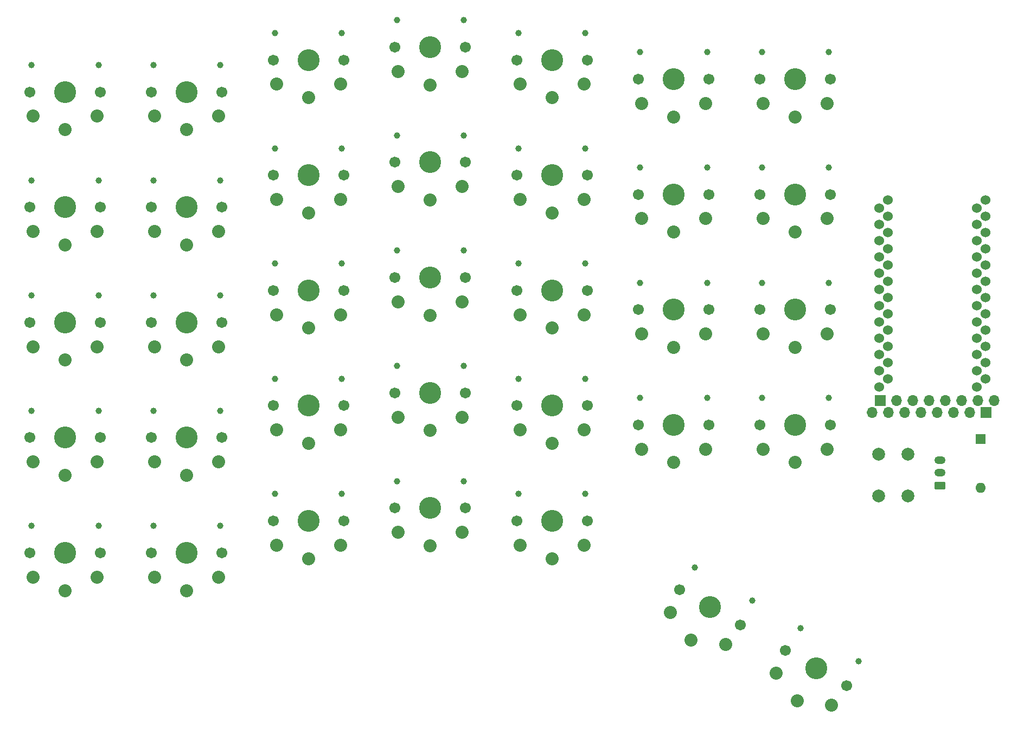
<source format=gbr>
G04 #@! TF.GenerationSoftware,KiCad,Pcbnew,(6.0.1-0)*
G04 #@! TF.CreationDate,2022-02-27T00:26:46+08:00*
G04 #@! TF.ProjectId,nut-kb,6e75742d-6b62-42e6-9b69-6361645f7063,rev?*
G04 #@! TF.SameCoordinates,Original*
G04 #@! TF.FileFunction,Soldermask,Top*
G04 #@! TF.FilePolarity,Negative*
%FSLAX46Y46*%
G04 Gerber Fmt 4.6, Leading zero omitted, Abs format (unit mm)*
G04 Created by KiCad (PCBNEW (6.0.1-0)) date 2022-02-27 00:26:46*
%MOMM*%
%LPD*%
G01*
G04 APERTURE LIST*
G04 Aperture macros list*
%AMRoundRect*
0 Rectangle with rounded corners*
0 $1 Rounding radius*
0 $2 $3 $4 $5 $6 $7 $8 $9 X,Y pos of 4 corners*
0 Add a 4 corners polygon primitive as box body*
4,1,4,$2,$3,$4,$5,$6,$7,$8,$9,$2,$3,0*
0 Add four circle primitives for the rounded corners*
1,1,$1+$1,$2,$3*
1,1,$1+$1,$4,$5*
1,1,$1+$1,$6,$7*
1,1,$1+$1,$8,$9*
0 Add four rect primitives between the rounded corners*
20,1,$1+$1,$2,$3,$4,$5,0*
20,1,$1+$1,$4,$5,$6,$7,0*
20,1,$1+$1,$6,$7,$8,$9,0*
20,1,$1+$1,$8,$9,$2,$3,0*%
G04 Aperture macros list end*
%ADD10C,1.701800*%
%ADD11C,0.990600*%
%ADD12C,3.429000*%
%ADD13C,2.032000*%
%ADD14RoundRect,0.250000X0.625000X-0.350000X0.625000X0.350000X-0.625000X0.350000X-0.625000X-0.350000X0*%
%ADD15O,1.750000X1.200000*%
%ADD16R,1.600000X1.600000*%
%ADD17O,1.600000X1.600000*%
%ADD18C,1.524000*%
%ADD19R,1.700000X1.700000*%
%ADD20O,1.700000X1.700000*%
%ADD21C,2.000000*%
G04 APERTURE END LIST*
D10*
X167463140Y-228250000D03*
D11*
X169320653Y-224472693D03*
D12*
X162700000Y-225500000D03*
D11*
X160279347Y-219252693D03*
D10*
X157936860Y-222750000D03*
D13*
X159750000Y-230609550D03*
X165130127Y-231290897D03*
X156469873Y-226290897D03*
X139918873Y-216790897D03*
X148579127Y-221790897D03*
X143199000Y-221109550D03*
D11*
X152769653Y-214972693D03*
D12*
X146149000Y-216000000D03*
D10*
X150912140Y-218750000D03*
X141385860Y-213250000D03*
D11*
X143728347Y-209752693D03*
D10*
X115960000Y-166500000D03*
X126960000Y-166500000D03*
D11*
X126680000Y-162300000D03*
D12*
X121460000Y-166500000D03*
D11*
X116240000Y-162300000D03*
D13*
X121460000Y-172400000D03*
X116460000Y-170300000D03*
X126460000Y-170300000D03*
D11*
X40240000Y-149300000D03*
D10*
X50960000Y-153500000D03*
D12*
X45460000Y-153500000D03*
D11*
X50680000Y-149300000D03*
D10*
X39960000Y-153500000D03*
D13*
X45460000Y-159400000D03*
X40460000Y-157300000D03*
X50460000Y-157300000D03*
D11*
X59240000Y-185300000D03*
X69680000Y-185300000D03*
D12*
X64460000Y-189500000D03*
D10*
X69960000Y-189500000D03*
X58960000Y-189500000D03*
D13*
X64460000Y-195400000D03*
X59460000Y-193300000D03*
X69460000Y-193300000D03*
D11*
X59240000Y-149300000D03*
D12*
X64460000Y-153500000D03*
D10*
X58960000Y-153500000D03*
D11*
X69680000Y-149300000D03*
D10*
X69960000Y-153500000D03*
D13*
X64460000Y-159400000D03*
X59460000Y-157300000D03*
X69460000Y-157300000D03*
D10*
X107960000Y-146500000D03*
D11*
X97240000Y-142300000D03*
X107680000Y-142300000D03*
D12*
X102460000Y-146500000D03*
D10*
X96960000Y-146500000D03*
D13*
X102460000Y-152400000D03*
X107460000Y-150300000D03*
X97460000Y-150300000D03*
D12*
X121460000Y-130500000D03*
D10*
X126960000Y-130500000D03*
D11*
X116240000Y-126300000D03*
X126680000Y-126300000D03*
D10*
X115960000Y-130500000D03*
D13*
X121460000Y-136400000D03*
X116460000Y-134300000D03*
X126460000Y-134300000D03*
D12*
X45460000Y-135500000D03*
D11*
X50680000Y-131300000D03*
D10*
X39960000Y-135500000D03*
X50960000Y-135500000D03*
D11*
X40240000Y-131300000D03*
D13*
X45460000Y-141400000D03*
X40460000Y-139300000D03*
X50460000Y-139300000D03*
D11*
X78240000Y-198300000D03*
D12*
X83460000Y-202500000D03*
D11*
X88680000Y-198300000D03*
D10*
X88960000Y-202500000D03*
X77960000Y-202500000D03*
D13*
X83460000Y-208400000D03*
X78460000Y-206300000D03*
X88460000Y-206300000D03*
D12*
X102460000Y-182500000D03*
D11*
X97240000Y-178300000D03*
D10*
X96960000Y-182500000D03*
X107960000Y-182500000D03*
D11*
X107680000Y-178300000D03*
D13*
X102460000Y-188400000D03*
X107460000Y-186300000D03*
X97460000Y-186300000D03*
D11*
X126680000Y-198300000D03*
D10*
X126960000Y-202500000D03*
X115960000Y-202500000D03*
D12*
X121460000Y-202500000D03*
D11*
X116240000Y-198300000D03*
D13*
X121460000Y-208400000D03*
X126460000Y-206300000D03*
X116460000Y-206300000D03*
D10*
X164960000Y-169500000D03*
D11*
X164680000Y-165300000D03*
D12*
X159460000Y-169500000D03*
D10*
X153960000Y-169500000D03*
D11*
X154240000Y-165300000D03*
D13*
X159460000Y-175400000D03*
X164460000Y-173300000D03*
X154460000Y-173300000D03*
D11*
X154240000Y-129300000D03*
D10*
X164960000Y-133500000D03*
D11*
X164680000Y-129300000D03*
D12*
X159460000Y-133500000D03*
D10*
X153960000Y-133500000D03*
D13*
X159460000Y-139400000D03*
X154460000Y-137300000D03*
X164460000Y-137300000D03*
D11*
X69680000Y-167300000D03*
D10*
X58960000Y-171500000D03*
D12*
X64460000Y-171500000D03*
D11*
X59240000Y-167300000D03*
D10*
X69960000Y-171500000D03*
D13*
X64460000Y-177400000D03*
X59460000Y-175300000D03*
X69460000Y-175300000D03*
D10*
X58960000Y-135500000D03*
D12*
X64460000Y-135500000D03*
D10*
X69960000Y-135500000D03*
D11*
X59240000Y-131300000D03*
X69680000Y-131300000D03*
D13*
X64460000Y-141400000D03*
X69460000Y-139300000D03*
X59460000Y-139300000D03*
D10*
X96960000Y-128500000D03*
X107960000Y-128500000D03*
D11*
X97240000Y-124300000D03*
X107680000Y-124300000D03*
D12*
X102460000Y-128500000D03*
D13*
X102460000Y-134400000D03*
X97460000Y-132300000D03*
X107460000Y-132300000D03*
D10*
X77960000Y-184500000D03*
D12*
X83460000Y-184500000D03*
D11*
X78240000Y-180300000D03*
X88680000Y-180300000D03*
D10*
X88960000Y-184500000D03*
D13*
X83460000Y-190400000D03*
X78460000Y-188300000D03*
X88460000Y-188300000D03*
D12*
X102460000Y-164500000D03*
D11*
X97240000Y-160300000D03*
X107680000Y-160300000D03*
D10*
X96960000Y-164500000D03*
X107960000Y-164500000D03*
D13*
X102460000Y-170400000D03*
X107460000Y-168300000D03*
X97460000Y-168300000D03*
D14*
X182000000Y-197000000D03*
D15*
X182000000Y-195000000D03*
X182000000Y-193000000D03*
D12*
X121460000Y-184500000D03*
D10*
X115960000Y-184500000D03*
X126960000Y-184500000D03*
D11*
X126680000Y-180300000D03*
X116240000Y-180300000D03*
D13*
X121460000Y-190400000D03*
X126460000Y-188300000D03*
X116460000Y-188300000D03*
D12*
X83460000Y-130500000D03*
D10*
X77960000Y-130500000D03*
D11*
X88680000Y-126300000D03*
D10*
X88960000Y-130500000D03*
D11*
X78240000Y-126300000D03*
D13*
X83460000Y-136400000D03*
X78460000Y-134300000D03*
X88460000Y-134300000D03*
D10*
X134960000Y-151500000D03*
D11*
X145680000Y-147300000D03*
X135240000Y-147300000D03*
D12*
X140460000Y-151500000D03*
D10*
X145960000Y-151500000D03*
D13*
X140460000Y-157400000D03*
X135460000Y-155300000D03*
X145460000Y-155300000D03*
D10*
X134960000Y-187500000D03*
X145960000Y-187500000D03*
D11*
X145680000Y-183300000D03*
D12*
X140460000Y-187500000D03*
D11*
X135240000Y-183300000D03*
D13*
X140460000Y-193400000D03*
X135460000Y-191300000D03*
X145460000Y-191300000D03*
D10*
X164960000Y-187500000D03*
X153960000Y-187500000D03*
D11*
X164680000Y-183300000D03*
X154240000Y-183300000D03*
D12*
X159460000Y-187500000D03*
D13*
X159460000Y-193400000D03*
X164460000Y-191300000D03*
X154460000Y-191300000D03*
D10*
X50960000Y-207500000D03*
D11*
X40240000Y-203300000D03*
D10*
X39960000Y-207500000D03*
D11*
X50680000Y-203300000D03*
D12*
X45460000Y-207500000D03*
D13*
X45460000Y-213400000D03*
X40460000Y-211300000D03*
X50460000Y-211300000D03*
D12*
X83460000Y-166500000D03*
D11*
X88680000Y-162300000D03*
D10*
X88960000Y-166500000D03*
X77960000Y-166500000D03*
D11*
X78240000Y-162300000D03*
D13*
X83460000Y-172400000D03*
X78460000Y-170300000D03*
X88460000Y-170300000D03*
D11*
X78240000Y-144300000D03*
D10*
X77960000Y-148500000D03*
D12*
X83460000Y-148500000D03*
D11*
X88680000Y-144300000D03*
D10*
X88960000Y-148500000D03*
D13*
X83460000Y-154400000D03*
X78460000Y-152300000D03*
X88460000Y-152300000D03*
D16*
X188400000Y-189700000D03*
D17*
X188400000Y-197320000D03*
D11*
X164680000Y-147300000D03*
D10*
X164960000Y-151500000D03*
D11*
X154240000Y-147300000D03*
D10*
X153960000Y-151500000D03*
D12*
X159460000Y-151500000D03*
D13*
X159460000Y-157400000D03*
X154460000Y-155300000D03*
X164460000Y-155300000D03*
D18*
X187810000Y-153692000D03*
X173896400Y-152422000D03*
X187810000Y-156232000D03*
X173896400Y-154962000D03*
X173896400Y-157502000D03*
X187810000Y-158772000D03*
X187810000Y-161312000D03*
X173896400Y-160042000D03*
X187810000Y-163852000D03*
X173896400Y-162582000D03*
X187810000Y-166392000D03*
X173896400Y-165122000D03*
X173896400Y-167662000D03*
X187810000Y-168932000D03*
X173896400Y-170202000D03*
X187810000Y-171472000D03*
X187810000Y-174012000D03*
X173896400Y-172742000D03*
X187810000Y-176552000D03*
X173896400Y-175282000D03*
X187810000Y-179092000D03*
X173896400Y-177822000D03*
X173896400Y-180362000D03*
X187810000Y-181632000D03*
X172570000Y-181632000D03*
X189116400Y-180362000D03*
X172570000Y-179092000D03*
X189116400Y-177822000D03*
X189116400Y-175282000D03*
X172570000Y-176552000D03*
X189116400Y-172742000D03*
X172570000Y-174012000D03*
X172570000Y-171472000D03*
X189116400Y-170202000D03*
X189116400Y-167662000D03*
X172570000Y-168932000D03*
X189116400Y-165122000D03*
X172570000Y-166392000D03*
X172570000Y-163852000D03*
X189116400Y-162582000D03*
X172570000Y-161312000D03*
X189116400Y-160042000D03*
X172570000Y-158772000D03*
X189116400Y-157502000D03*
X189116400Y-154962000D03*
X172570000Y-156232000D03*
X189116400Y-152422000D03*
X172570000Y-153692000D03*
D10*
X96960000Y-200500000D03*
D11*
X97240000Y-196300000D03*
D10*
X107960000Y-200500000D03*
D12*
X102460000Y-200500000D03*
D11*
X107680000Y-196300000D03*
D13*
X102460000Y-206400000D03*
X97460000Y-204300000D03*
X107460000Y-204300000D03*
D19*
X172700000Y-183700000D03*
D20*
X175240000Y-183700000D03*
X177780000Y-183700000D03*
X180320000Y-183700000D03*
X182860000Y-183700000D03*
X185400000Y-183700000D03*
X187940000Y-183700000D03*
X190480000Y-183700000D03*
D11*
X126680000Y-144300000D03*
D12*
X121460000Y-148500000D03*
D10*
X126960000Y-148500000D03*
D11*
X116240000Y-144300000D03*
D10*
X115960000Y-148500000D03*
D13*
X121460000Y-154400000D03*
X116460000Y-152300000D03*
X126460000Y-152300000D03*
D12*
X140460000Y-169500000D03*
D11*
X135240000Y-165300000D03*
D10*
X145960000Y-169500000D03*
D11*
X145680000Y-165300000D03*
D10*
X134960000Y-169500000D03*
D13*
X140460000Y-175400000D03*
X145460000Y-173300000D03*
X135460000Y-173300000D03*
D21*
X177000000Y-192100000D03*
X177000000Y-198600000D03*
X172500000Y-192100000D03*
X172500000Y-198600000D03*
D10*
X50960000Y-171500000D03*
D12*
X45460000Y-171500000D03*
D10*
X39960000Y-171500000D03*
D11*
X40240000Y-167300000D03*
X50680000Y-167300000D03*
D13*
X45460000Y-177400000D03*
X50460000Y-175300000D03*
X40460000Y-175300000D03*
D12*
X64460000Y-207500000D03*
D10*
X69960000Y-207500000D03*
X58960000Y-207500000D03*
D11*
X59240000Y-203300000D03*
X69680000Y-203300000D03*
D13*
X64460000Y-213400000D03*
X59460000Y-211300000D03*
X69460000Y-211300000D03*
D10*
X134960000Y-133500000D03*
D11*
X135240000Y-129300000D03*
D10*
X145960000Y-133500000D03*
D11*
X145680000Y-129300000D03*
D12*
X140460000Y-133500000D03*
D13*
X140460000Y-139400000D03*
X135460000Y-137300000D03*
X145460000Y-137300000D03*
D10*
X50960000Y-189500000D03*
D12*
X45460000Y-189500000D03*
D11*
X40240000Y-185300000D03*
D10*
X39960000Y-189500000D03*
D11*
X50680000Y-185300000D03*
D13*
X45460000Y-195400000D03*
X40460000Y-193300000D03*
X50460000Y-193300000D03*
D19*
X189200000Y-185600000D03*
D20*
X186660000Y-185600000D03*
X184120000Y-185600000D03*
X181580000Y-185600000D03*
X179040000Y-185600000D03*
X176500000Y-185600000D03*
X173960000Y-185600000D03*
X171420000Y-185600000D03*
M02*

</source>
